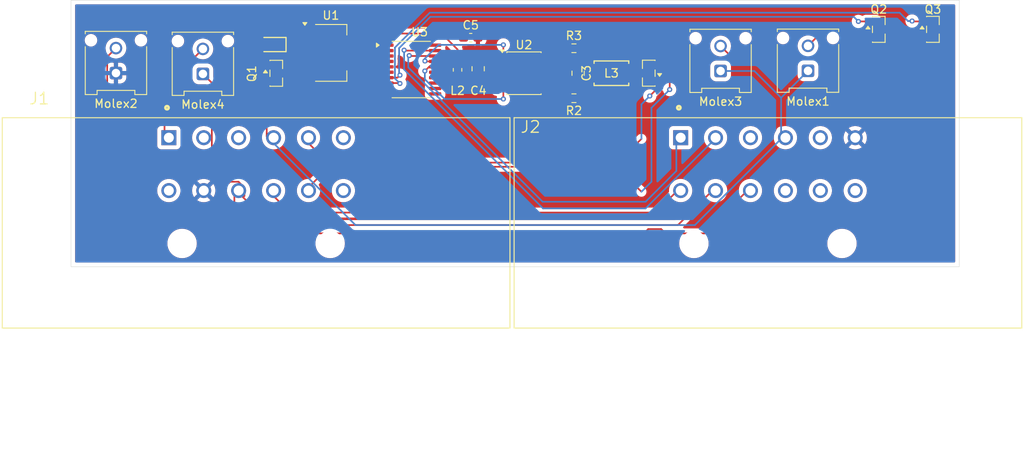
<source format=kicad_pcb>
(kicad_pcb (version 20241229) (generator "pcbnew") (generator_version "9.0")
  (layers (0 "F.Cu" signal) (2 "B.Cu" signal) (13 "F.Paste" user) (15 "B.Paste" user) (5 "F.SilkS" user "F.Silkscreen") (7 "B.SilkS" user "B.Silkscreen") (1 "F.Mask" user) (3 "B.Mask" user) (25 "Edge.Cuts" user))
  (net 0 "")
  (net 1 "Net-(Q1-D)")
  (net 2 "RLH_3.3V")
  (net 3 "Net-(U2-VCC)")
  (net 4 "Net-(Q1-G)")
  (net 5 "RLH_SDC_IN")
  (net 6 "SWDIO")
  (net 7 "RLH_RML_YELLOW")
  (net 8 "SWCLK")
  (net 9 "DSH_CAN_L")
  (net 10 "DSH_SDC_IN")
  (net 11 "DSH_CAN_H")
  (net 12 "Net-(Q1-S)")
  (net 13 "Red_LED")
  (net 14 "Green_LED")
  (net 15 "Net-(U2-CANL)")
  (net 16 "Net-(U2-CANH)")
  (net 17 "TX")
  (net 18 "RX")
  (net 31 "DSH_SDC_OUT")
  (net 32 "DSH_CAN_S")
  (net 33 "DSH_PWR")
  (net 41 "GND")
  (net 42 "+12V")
  (net 43 "Green_Out")
  (net 44 "Red_Out")
  (footprint "Package_TO_SOT_SMD:SOT-223-3_TabPin2" (layer "F.Cu") (at 147.2125 35.325)
    (property "Reference" "U1" (at 0 -4.5 0) (layer "F.SilkS"))
    (property "Value" "AMS1117-3.3")
    (fp_line (start -1.85 -3.41) (end 1.91 -3.41) (stroke (width 0.12)) (layer "F.SilkS"))
    (fp_line (start -1.85 3.41) (end 1.91 3.41) (stroke (width 0.12)) (layer "F.SilkS"))
    (fp_line (start 1.91 -3.41) (end 1.91 -2.15) (stroke (width 0.12)) (layer "F.SilkS"))
    (fp_line (start 1.91 3.41) (end 1.91 2.15) (stroke (width 0.12)) (layer "F.SilkS"))
    (fp_poly (pts (xy -3.13 -3.31) (xy -3.37 -3.64) (xy -2.89 -3.64) (xy -3.13 -3.31)) (stroke (width 0.12)) (fill yes) (layer "F.SilkS"))
    (pad "1" smd roundrect (at -3.15 -2.3) (size 2 1.5) (layers "F.Cu" "F.Mask" "F.Paste") (net 41 "GND"))
    (pad "2" smd roundrect (at -3.15 0) (size 2 1.5) (layers "F.Cu" "F.Mask" "F.Paste") (net 2 "RLH_3.3V"))
    (pad "2" smd roundrect (at 3.15 0) (size 2 3.8) (layers "F.Cu" "F.Mask" "F.Paste") (net 2 "RLH_3.3V"))
    (pad "3" smd roundrect (at -3.15 2.3) (size 2 1.5) (layers "F.Cu" "F.Mask" "F.Paste") (net 1 "Net-(Q1-D)"))
  )
  (footprint "DTM13-12PA:TE_DTM13-12PA" (layer "F.Cu") (at 199.69 58.21)
    (property "Reference" "J2" (at -28.50465 -13.99365 0) (layer "F.SilkS") (effects (font (size 1.4 1.4))))
    (property "Value" "DTM13-12PA")
    (fp_line (start -30.48 -15.1) (end 30.48 -15.1) (stroke (width 0.127)) (layer "F.SilkS"))
    (fp_line (start -30.48 10.16) (end -30.48 -15.1) (stroke (width 0.127)) (layer "F.SilkS"))
    (fp_line (start 30.48 -15.1) (end 30.48 10.16) (stroke (width 0.127)) (layer "F.SilkS"))
    (fp_line (start 30.48 10.16) (end -30.48 10.16) (stroke (width 0.127)) (layer "F.SilkS"))
    (fp_circle (center -10.7 -16.3) (end -10.5 -16.3) (stroke (width 0.3)) (fill no) (layer "F.SilkS"))
    (pad "" np_thru_hole circle (at -8.89 0) (size 3.04 3.04) (drill 3.04) (layers "*.Cu" "*.Mask"))
    (pad "" np_thru_hole circle (at 8.89 0) (size 3.04 3.04) (drill 3.04) (layers "*.Cu" "*.Mask"))
    (pad "1" thru_hole rect (at -10.48 -12.7) (size 1.8 1.8) (drill 1.2) (layers "*.Cu" "*.Mask") (net 9 "DSH_CAN_L"))
    (pad "2" thru_hole circle (at -6.29 -12.7) (size 1.8 1.8) (drill 1.2) (layers "*.Cu" "*.Mask") (net 6 "SWDIO"))
    (pad "3" thru_hole circle (at -2.1 -12.7) (size 1.8 1.8) (drill 1.2) (layers "*.Cu" "*.Mask") (net 8 "SWCLK"))
    (pad "4" thru_hole circle (at 2.1 -12.7) (size 1.8 1.8) (drill 1.2) (layers "*.Cu" "*.Mask"))
    (pad "5" thru_hole circle (at 6.29 -12.7) (size 1.8 1.8) (drill 1.2) (layers "*.Cu" "*.Mask") (net 33 "DSH_PWR"))
    (pad "6" thru_hole circle (at 10.48 -12.7) (size 1.8 1.8) (drill 1.2) (layers "*.Cu" "*.Mask") (net 41 "GND"))
    (pad "7" thru_hole circle (at 10.48 -6.35) (size 1.8 1.8) (drill 1.2) (layers "*.Cu" "*.Mask"))
    (pad "8" thru_hole circle (at 6.29 -6.35) (size 1.8 1.8) (drill 1.2) (layers "*.Cu" "*.Mask"))
    (pad "9" thru_hole circle (at 2.1 -6.35) (size 1.8 1.8) (drill 1.2) (layers "*.Cu" "*.Mask") (net 31 "DSH_SDC_OUT"))
    (pad "10" thru_hole circle (at -2.1 -6.35) (size 1.8 1.8) (drill 1.2) (layers "*.Cu" "*.Mask") (net 10 "DSH_SDC_IN"))
    (pad "11" thru_hole circle (at -6.29 -6.35) (size 1.8 1.8) (drill 1.2) (layers "*.Cu" "*.Mask") (net 32 "DSH_CAN_S"))
    (pad "12" thru_hole circle (at -10.48 -6.35) (size 1.8 1.8) (drill 1.2) (layers "*.Cu" "*.Mask") (net 11 "DSH_CAN_H"))
  )
  (footprint "PCM_JLCPCB:R_0603" (layer "F.Cu") (at 140.275 32.375 180)
    (property "Reference" "R1" (hide yes))
    (property "Value" "13kΩ")
    (pad "1" smd roundrect (at -0.82 0 180) (size 0.8 0.95) (layers "F.Cu" "F.Mask" "F.Paste") (net 41 "GND"))
    (pad "2" smd roundrect (at 0.82 0 180) (size 0.8 0.95) (layers "F.Cu" "F.Mask" "F.Paste") (net 4 "Net-(Q1-G)"))
  )
  (footprint "Resistor_SMD:R_0603_1608Metric_Pad0.98x0.95mm_HandSolder" (layer "F.Cu") (at 176.39285 40.76785 180)
    (property "Reference" "R2" (at 0 -1.5 0) (layer "F.SilkS"))
    (property "Value" "60")
    (fp_line (start -0.254724 0.5225) (end 0.254724 0.5225) (stroke (width 0.12)) (layer "F.SilkS"))
    (fp_line (start -0.254724 -0.5225) (end 0.254724 -0.5225) (stroke (width 0.12)) (layer "F.SilkS"))
    (pad "1" smd roundrect (at -0.9125 0 180) (size 0.975 0.95) (layers "F.Cu" "F.Mask" "F.Paste") (net 15 "Net-(U2-CANL)"))
    (pad "2" smd roundrect (at 0.9125 0 180) (size 0.975 0.95) (layers "F.Cu" "F.Mask" "F.Paste") (net 41 "GND"))
  )
  (footprint "Capacitor_SMD:C_0805_2012Metric_Pad1.18x1.45mm_HandSolder" (layer "F.Cu") (at 164.89285 37.23035 90)
    (property "Reference" "C4" (at -2.6325 0.025 0) (layer "F.SilkS"))
    (property "Value" "10uF")
    (fp_line (start -0.261252 -0.735) (end 0.261252 -0.735) (stroke (width 0.12)) (layer "F.SilkS"))
    (fp_line (start -0.261252 0.735) (end 0.261252 0.735) (stroke (width 0.12)) (layer "F.SilkS"))
    (pad "1" smd roundrect (at -1.0375 0 90) (size 1.175 1.45) (layers "F.Cu" "F.Mask" "F.Paste") (roundrect_rratio 0.212766) (net 3 "Net-(U2-VCC)"))
    (pad "2" smd roundrect (at 1.0375 0 90) (size 1.175 1.45) (layers "F.Cu" "F.Mask" "F.Paste") (roundrect_rratio 0.212766) (net 41 "GND"))
  )
  (footprint "Package_TO_SOT_SMD:SOT-23" (layer "F.Cu") (at 140.65 37.775)
    (property "Reference" "Q1" (at -2.9375 0.05 90) (layer "F.SilkS"))
    (property "Value" "AO3401A")
    (fp_line (start -0.76 -1.56) (end 0.76 -1.56) (stroke (width 0.12)) (layer "F.SilkS"))
    (fp_line (start -0.76 -1.51) (end -0.76 -1.56) (stroke (width 0.12)) (layer "F.SilkS"))
    (fp_line (start -0.76 0.39) (end -0.76 -0.39) (stroke (width 0.12)) (layer "F.SilkS"))
    (fp_line (start -0.76 1.56) (end -0.76 1.51) (stroke (width 0.12)) (layer "F.SilkS"))
    (fp_line (start 0.76 -1.56) (end 0.76 -0.56) (stroke (width 0.12)) (layer "F.SilkS"))
    (fp_line (start 0.76 0.56) (end 0.76 1.56) (stroke (width 0.12)) (layer "F.SilkS"))
    (fp_line (start 0.76 1.56) (end -0.76 1.56) (stroke (width 0.12)) (layer "F.SilkS"))
    (fp_poly (pts (xy -1.3 -0.38) (xy -1.06 -0.05) (xy -1.54 -0.05)) (stroke (width 0.12)) (fill yes) (layer "F.SilkS"))
    (pad "1" smd roundrect (at -0.9375 -0.95) (size 1.475 0.6) (layers "F.Cu" "F.Mask" "F.Paste") (net 4 "Net-(Q1-G)"))
    (pad "2" smd roundrect (at -0.9375 0.95) (size 1.475 0.6) (layers "F.Cu" "F.Mask" "F.Paste") (net 12 "Net-(Q1-S)"))
    (pad "3" smd roundrect (at 0.9375 0) (size 1.475 0.6) (layers "F.Cu" "F.Mask" "F.Paste") (net 1 "Net-(Q1-D)"))
  )
  (footprint "Package_TO_SOT_SMD:SOT-23" (layer "F.Cu") (at 219.5 32.5)
    (property "Reference" "Q3" (at 0 -2.4 0) (layer "F.SilkS"))
    (property "Value" "AO3400A")
    (fp_line (start -0.76 -1.56) (end 0.76 -1.56) (stroke (width 0.12)) (layer "F.SilkS"))
    (fp_line (start -0.76 -1.51) (end -0.76 -1.56) (stroke (width 0.12)) (layer "F.SilkS"))
    (fp_line (start -0.76 0.39) (end -0.76 -0.39) (stroke (width 0.12)) (layer "F.SilkS"))
    (fp_line (start -0.76 1.56) (end -0.76 1.51) (stroke (width 0.12)) (layer "F.SilkS"))
    (fp_line (start 0.76 -1.56) (end 0.76 -0.56) (stroke (width 0.12)) (layer "F.SilkS"))
    (fp_line (start 0.76 0.56) (end 0.76 1.56) (stroke (width 0.12)) (layer "F.SilkS"))
    (fp_line (start 0.76 1.56) (end -0.76 1.56) (stroke (width 0.12)) (layer "F.SilkS"))
    (fp_poly (pts (xy -1.3 -0.38) (xy -1.06 -0.05) (xy -1.54 -0.05)) (stroke (width 0.12)) (fill yes) (layer "F.SilkS"))
    (pad "1" smd roundrect (at -0.9375 -0.95) (size 1.475 0.6) (layers "F.Cu" "F.Mask" "F.Paste") (net 13 "Red_LED"))
    (pad "2" smd roundrect (at -0.9375 0.95) (size 1.475 0.6) (layers "F.Cu" "F.Mask" "F.Paste") (net 41 "GND"))
    (pad "3" smd roundrect (at 0.9375 0) (size 1.475 0.6) (layers "F.Cu" "F.Mask" "F.Paste") (net 44 "Red_Out"))
  )
  (footprint "PCM_JLCPCB:C_1206" (layer "F.Cu") (at 150 40.5 180)
    (property "Reference" "C2" (hide yes))
    (property "Value" "22uF")
    (pad "1" smd roundrect (at -1.48 0 180) (size 1.15 1.8) (layers "F.Cu" "F.Mask" "F.Paste") (roundrect_rratio 0.217391) (net 2 "RLH_3.3V"))
    (pad "2" smd roundrect (at 1.48 0 180) (size 1.15 1.8) (layers "F.Cu" "F.Mask" "F.Paste") (roundrect_rratio 0.217391) (net 41 "GND"))
  )
  (footprint "Inductor_SMD:L_0603_1608Metric_Pad1.05x0.95mm_HandSolder" (layer "F.Cu") (at 162.41785 37.36285 -90)
    (property "Reference" "L2" (at 2.5 0 180) (layer "F.SilkS"))
    (property "Value" "GZ1608D601TF")
    (fp_line (start -0.171267 0.51) (end 0.171267 0.51) (stroke (width 0.12)) (layer "F.SilkS"))
    (fp_line (start -0.171267 -0.51) (end 0.171267 -0.51) (stroke (width 0.12)) (layer "F.SilkS"))
    (pad "1" smd roundrect (at -0.875 0 270) (size 1.05 0.95) (layers "F.Cu" "F.Mask" "F.Paste") (net 2 "RLH_3.3V"))
    (pad "2" smd roundrect (at 0.875 0 270) (size 1.05 0.95) (layers "F.Cu" "F.Mask" "F.Paste") (net 3 "Net-(U2-VCC)"))
  )
  (footprint "Package_SO:SOIC-8_3.9x4.9mm_P1.27mm" (layer "F.Cu") (at 170.39285 37.76785)
    (property "Reference" "U2" (at 0 -3.4 0) (layer "F.SilkS"))
    (property "Value" "SN65HVD230")
    (fp_line (start -2.06 -2.56) (end 2.06 -2.56) (stroke (width 0.12)) (layer "F.SilkS"))
    (fp_line (start -2.06 -2.465) (end -2.06 -2.56) (stroke (width 0.12)) (layer "F.SilkS"))
    (fp_line (start -2.06 2.56) (end -2.06 2.465) (stroke (width 0.12)) (layer "F.SilkS"))
    (fp_line (start 2.06 -2.56) (end 2.06 -2.465) (stroke (width 0.12)) (layer "F.SilkS"))
    (fp_line (start 2.06 2.465) (end 2.06 2.56) (stroke (width 0.12)) (layer "F.SilkS"))
    (fp_line (start 2.06 2.56) (end -2.06 2.56) (stroke (width 0.12)) (layer "F.SilkS"))
    (fp_poly (pts (xy -2.6 -2.47) (xy -2.84 -2.8) (xy -2.36 -2.8)) (stroke (width 0.12)) (fill yes) (layer "F.SilkS"))
    (pad "1" smd roundrect (at -2.475 -1.905) (size 1.95 0.6) (layers "F.Cu" "F.Mask" "F.Paste") (net 17 "TX"))
    (pad "2" smd roundrect (at -2.475 -0.635) (size 1.95 0.6) (layers "F.Cu" "F.Mask" "F.Paste") (net 41 "GND"))
    (pad "3" smd roundrect (at -2.475 0.635) (size 1.95 0.6) (layers "F.Cu" "F.Mask" "F.Paste") (net 3 "Net-(U2-VCC)"))
    (pad "4" smd roundrect (at -2.475 1.905) (size 1.95 0.6) (layers "F.Cu" "F.Mask" "F.Paste") (net 18 "RX"))
    (pad "5" smd roundrect (at 2.475 1.905) (size 1.95 0.6) (layers "F.Cu" "F.Mask" "F.Paste") (net 41 "GND"))
    (pad "6" smd roundrect (at 2.475 0.635) (size 1.95 0.6) (layers "F.Cu" "F.Mask" "F.Paste") (net 15 "Net-(U2-CANL)"))
    (pad "7" smd roundrect (at 2.475 -0.635) (size 1.95 0.6) (layers "F.Cu" "F.Mask" "F.Paste") (net 16 "Net-(U2-CANH)"))
    (pad "8" smd roundrect (at 2.475 -1.905) (size 1.95 0.6) (layers "F.Cu" "F.Mask" "F.Paste") (net 41 "GND"))
  )
  (footprint "Package_TO_SOT_SMD:SOT-23" (layer "F.Cu") (at 185.37785 37.76285 180)
    (property "Reference" "D2" (hide yes))
    (property "Value" "ESD2CANFD24DBZRQ1")
    (fp_line (start 0.76 1.56) (end -0.76 1.56) (stroke (width 0.12)) (layer "F.SilkS"))
    (fp_line (start 0.76 0.56) (end 0.76 1.56) (stroke (width 0.12)) (layer "F.SilkS"))
    (fp_line (start 0.76 -1.56) (end 0.76 -0.56) (stroke (width 0.12)) (layer "F.SilkS"))
    (fp_line (start -0.76 1.56) (end -0.76 1.51) (stroke (width 0.12)) (layer "F.SilkS"))
    (fp_line (start -0.76 0.39) (end -0.76 -0.39) (stroke (width 0.12)) (layer "F.SilkS"))
    (fp_line (start -0.76 -1.51) (end -0.76 -1.56) (stroke (width 0.12)) (layer "F.SilkS"))
    (fp_line (start -0.76 -1.56) (end 0.76 -1.56) (stroke (width 0.12)) (layer "F.SilkS"))
    (fp_poly (pts (xy -1.3 -0.38) (xy -1.06 -0.05) (xy -1.54 -0.05)) (stroke (width 0.12)) (fill yes) (layer "F.SilkS"))
    (pad "1" smd roundrect (at -0.9375 -0.95 180) (size 1.475 0.6) (layers "F.Cu" "F.Mask" "F.Paste") (net 9 "DSH_CAN_L"))
    (pad "2" smd roundrect (at -0.9375 0.95 180) (size 1.475 0.6) (layers "F.Cu" "F.Mask" "F.Paste") (net 11 "DSH_CAN_H"))
    (pad "3" smd roundrect (at 0.9375 0 180) (size 1.475 0.6) (layers "F.Cu" "F.Mask" "F.Paste") (net 41 "GND"))
  )
  (footprint "PCM_JLCPCB:C_0805" (layer "F.Cu") (at 145 40.5)
    (property "Reference" "C1" (hide yes))
    (property "Value" "10uF")
    (pad "1" smd roundrect (at -0.95 0) (size 1 1.45) (layers "F.Cu" "F.Mask" "F.Paste") (net 1 "Net-(Q1-D)"))
    (pad "2" smd roundrect (at 0.95 0) (size 1 1.45) (layers "F.Cu" "F.Mask" "F.Paste") (net 41 "GND"))
  )
  (footprint "Connector_Molex:Molex_Micro-Fit_3.0_43045-0212_2x01_P3.00mm_Vertical" (layer "F.Cu") (at 131.84 37.85 180)
    (property "Reference" "Molex4" (at 0 -3.67 0) (layer "F.SilkS"))
    (property "Value" "043045-0212")
    (fp_line (start 3.685 5.01) (end 3.685 4.71) (stroke (width 0.12)) (layer "F.SilkS"))
    (fp_line (start 3.685 -2.58) (end 3.685 3.17) (stroke (width 0.12)) (layer "F.SilkS"))
    (fp_line (start 2.265 -2.08) (end 2.265 -2.58) (stroke (width 0.12)) (layer "F.SilkS"))
    (fp_line (start 2.265 -2.58) (end 3.685 -2.58) (stroke (width 0.12)) (layer "F.SilkS"))
    (fp_line (start -2.265 -2.08) (end 2.265 -2.08) (stroke (width 0.12)) (layer "F.SilkS"))
    (fp_line (start -2.265 -2.58) (end -2.265 -2.08) (stroke (width 0.12)) (layer "F.SilkS"))
    (fp_line (start -3.685 5.01) (end 3.685 5.01) (stroke (width 0.12)) (layer "F.SilkS"))
    (fp_line (start -3.685 4.71) (end -3.685 5.01) (stroke (width 0.12)) (layer "F.SilkS"))
    (fp_line (start -3.685 3.17) (end -3.685 -2.58) (stroke (width 0.12)) (layer "F.SilkS"))
    (fp_line (start -3.685 -2.58) (end -2.265 -2.58) (stroke (width 0.12)) (layer "F.SilkS"))
    (pad "" np_thru_hole circle (at -3 3.94 180) (size 1.02 1.02) (drill 1.02) (layers "*.Cu" "*.Mask"))
    (pad "" np_thru_hole circle (at 3 3.94 180) (size 1.02 1.02) (drill 1.02) (layers "*.Cu" "*.Mask"))
    (pad "1" thru_hole roundrect (at 0 0 180) (size 1.5 1.5) (drill 1.02) (layers "*.Cu" "*.Mask") (roundrect_rratio 0.166667) (net 10 "DSH_SDC_IN"))
    (pad "2" thru_hole circle (at 0 3 180) (size 1.5 1.5) (drill 1.02) (layers "*.Cu" "*.Mask") (net 5 "RLH_SDC_IN"))
  )
  (footprint "DTM13-12PA:TE_DTM13-12PA" (layer "F.Cu") (at 138.23 58.21)
    (property "Reference" "J1" (at -26.035 -17.399 0) (layer "F.SilkS") (effects (font (size 1.4 1.4))))
    (property "Value" "DTM13-12PA")
    (fp_line (start -30.48 -15.1) (end 30.48 -15.1) (stroke (width 0.127)) (layer "F.SilkS"))
    (fp_line (start -30.48 10.16) (end -30.48 -15.1) (stroke (width 0.127)) (layer "F.SilkS"))
    (fp_line (start 30.48 -15.1) (end 30.48 10.16) (stroke (width 0.127)) (layer "F.SilkS"))
    (fp_line (start 30.48 10.16) (end -30.48 10.16) (stroke (width 0.127)) (layer "F.SilkS"))
    (fp_circle (center -10.7 -16.3) (end -10.5 -16.3) (stroke (width 0.3)) (fill no) (layer "F.SilkS"))
    (pad "" np_thru_hole circle (at -8.89 0) (size 3.04 3.04) (drill 3.04) (layers "*.Cu" "*.Mask"))
    (pad "" np_thru_hole circle (at 8.89 0) (size 3.04 3.04) (drill 3.04) (layers "*.Cu" "*.Mask"))
    (pad "1" thru_hole rect (at -10.48 -12.7) (size 1.8 1.8) (drill 1.2) (layers "*.Cu" "*.Mask") (net 7 "RLH_RML_YELLOW"))
    (pad "2" thru_hole circle (at -6.29 -12.7) (size 1.8 1.8) (drill 1.2) (layers "*.Cu" "*.Mask") (net 5 "RLH_SDC_IN"))
    (pad "3" thru_hole circle (at -2.1 -12.7) (size 1.8 1.8) (drill 1.2) (layers "*.Cu" "*.Mask"))
    (pad "4" thru_hole circle (at 2.1 -12.7) (size 1.8 1.8) (drill 1.2) (layers "*.Cu" "*.Mask"))
    (pad "5" thru_hole circle (at 6.29 -12.7) (size 1.8 1.8) (drill 1.2) (layers "*.Cu" "*.Mask") (net 33 "DSH_PWR"))
    (pad "6" thru_hole circle (at 10.48 -12.7) (size 1.8 1.8) (drill 1.2) (layers "*.Cu" "*.Mask") (net 9 "DSH_CAN_L"))
    (pad "7" thru_hole circle (at 10.48 -6.35) (size 1.8 1.8) (drill 1.2) (layers "*.Cu" "*.Mask") (net 11 "DSH_CAN_H"))
    (pad "8" thru_hole circle (at 6.29 -6.35) (size 1.8 1.8) (drill 1.2) (layers "*.Cu" "*.Mask") (net 32 "DSH_CAN_S"))
    (pad "9" thru_hole circle (at 2.1 -6.35) (size 1.8 1.8) (drill 1.2) (layers "*.Cu" "*.Mask") (net 31 "DSH_SDC_OUT"))
    (pad "10" thru_hole circle (at -2.1 -6.35) (size 1.8 1.8) (drill 1.2) (layers "*.Cu" "*.Mask"))
    (pad "11" thru_hole circle (at -6.29 -6.35) (size 1.8 1.8) (drill 1.2) (layers "*.Cu" "*.Mask") (net 41 "GND"))
    (pad "12" thru_hole circle (at -10.48 -6.35) (size 1.8 1.8) (drill 1.2) (layers "*.Cu" "*.Mask"))
  )
  (footprint "Package_SO:TSSOP-20_4.4x6.5mm_P0.65mm" (layer "F.Cu") (at 156.8625 37.325)
    (property "Reference" "U3" (at 1 -4.5 0) (layer "F.SilkS"))
    (property "Value" "STM32C011F4Px")
    (fp_line (start -2.31 -3.385) (end 2.31 -3.385) (stroke (width 0.12)) (layer "F.SilkS"))
    (fp_line (start 2.31 3.385) (end -2.31 3.385) (stroke (width 0.12)) (layer "F.SilkS"))
    (fp_poly (pts (xy -3.86 -2.93) (xy -4.19 -2.69) (xy -4.19 -3.17)) (stroke (width 0.12)) (fill yes) (layer "F.SilkS"))
    (pad "1" smd roundrect (at -2.8625 -2.925) (size 1.475 0.4) (layers "F.Cu" "F.Mask" "F.Paste"))
    (pad "2" smd roundrect (at -2.8625 -2.275) (size 1.475 0.4) (layers "F.Cu" "F.Mask" "F.Paste"))
    (pad "3" smd roundrect (at -2.8625 -1.625) (size 1.475 0.4) (layers "F.Cu" "F.Mask" "F.Paste"))
    (pad "4" smd roundrect (at -2.8625 -0.975) (size 1.475 0.4) (layers "F.Cu" "F.Mask" "F.Paste") (net 2 "RLH_3.3V"))
    (pad "5" smd roundrect (at -2.8625 -0.325) (size 1.475 0.4) (layers "F.Cu" "F.Mask" "F.Paste") (net 41 "GND"))
    (pad "6" smd roundrect (at -2.8625 0.325) (size 1.475 0.4) (layers "F.Cu" "F.Mask" "F.Paste"))
    (pad "7" smd roundrect (at -2.8625 0.975) (size 1.475 0.4) (layers "F.Cu" "F.Mask" "F.Paste") (net 14 "Green_LED"))
    (pad "8" smd roundrect (at -2.8625 1.625) (size 1.475 0.4) (layers "F.Cu" "F.Mask" "F.Paste") (net 13 "Red_LED"))
    (pad "9" smd roundrect (at -2.8625 2.275) (size 1.475 0.4) (layers "F.Cu" "F.Mask" "F.Paste"))
    (pad "10" smd roundrect (at -2.8625 2.925) (size 1.475 0.4) (layers "F.Cu" "F.Mask" "F.Paste"))
    (pad "11" smd roundrect (at 2.8625 2.925) (size 1.475 0.4) (layers "F.Cu" "F.Mask" "F.Paste"))
    (pad "12" smd roundrect (at 2.8625 2.275) (size 1.475 0.4) (layers "F.Cu" "F.Mask" "F.Paste"))
    (pad "13" smd roundrect (at 2.8625 1.625) (size 1.475 0.4) (layers "F.Cu" "F.Mask" "F.Paste"))
    (pad "14" smd roundrect (at 2.8625 0.975) (size 1.475 0.4) (layers "F.Cu" "F.Mask" "F.Paste"))
    (pad "15" smd roundrect (at 2.8625 0.325) (size 1.475 0.4) (layers "F.Cu" "F.Mask" "F.Paste"))
    (pad "16" smd roundrect (at 2.8625 -0.325) (size 1.475 0.4) (layers "F.Cu" "F.Mask" "F.Paste") (net 18 "RX"))
    (pad "17" smd roundrect (at 2.8625 -0.975) (size 1.475 0.4) (layers "F.Cu" "F.Mask" "F.Paste") (net 17 "TX"))
    (pad "18" smd roundrect (at 2.8625 -1.625) (size 1.475 0.4) (layers "F.Cu" "F.Mask" "F.Paste") (net 6 "SWDIO"))
    (pad "19" smd roundrect (at 2.8625 -2.275) (size 1.475 0.4) (layers "F.Cu" "F.Mask" "F.Paste") (net 8 "SWCLK"))
    (pad "20" smd roundrect (at 2.8625 -2.925) (size 1.475 0.4) (layers "F.Cu" "F.Mask" "F.Paste"))
  )
  (footprint "PCM_JLCPCB:D_SOD-323" (layer "F.Cu") (at 140.2125 34.325 180)
    (property "Reference" "D1" (hide yes))
    (property "Value" "BZT52C10S")
    (fp_line (start -1.61 0.85) (end 1.05 0.85) (stroke (width 0.15)) (layer "F.SilkS"))
    (fp_line (start -1.61 -0.85) (end 1.05 -0.85) (stroke (width 0.15)) (layer "F.SilkS"))
    (fp_line (start -1.61 -0.85) (end -1.61 0.85) (stroke (width 0.15)) (layer "F.SilkS"))
    (pad "1" smd roundrect (at -1.05 0 180) (size 0.6 0.45) (layers "F.Cu" "F.Mask" "F.Paste") (net 1 "Net-(Q1-D)"))
    (pad "2" smd roundrect (at 1.05 0 180) (size 0.6 0.45) (layers "F.Cu" "F.Mask" "F.Paste") (net 4 "Net-(Q1-G)"))
  )
  (footprint "Package_TO_SOT_SMD:SOT-23" (layer "F.Cu") (at 213 32.5)
    (property "Reference" "Q2" (at 0 -2.4 0) (layer "F.SilkS"))
    (property "Value" "AO3400A")
    (fp_line (start -0.76 -1.56) (end 0.76 -1.56) (stroke (width 0.12)) (layer "F.SilkS"))
    (fp_line (start -0.76 -1.51) (end -0.76 -1.56) (stroke (width 0.12)) (layer "F.SilkS"))
    (fp_line (start -0.76 0.39) (end -0.76 -0.39) (stroke (width 0.12)) (layer "F.SilkS"))
    (fp_line (start -0.76 1.56) (end -0.76 1.51) (stroke (width 0.12)) (layer "F.SilkS"))
    (fp_line (start 0.76 -1.56) (end 0.76 -0.56) (stroke (width 0.12)) (layer "F.SilkS"))
    (fp_line (start 0.76 0.56) (end 0.76 1.56) (stroke (width 0.12)) (layer "F.SilkS"))
    (fp_line (start 0.76 1.56) (end -0.76 1.56) (stroke (width 0.12)) (layer "F.SilkS"))
    (fp_poly (pts (xy -1.3 -0.38) (xy -1.06 -0.05) (xy -1.54 -0.05)) (stroke (width 0.12)) (fill yes) (layer "F.SilkS"))
    (pad "1" smd roundrect (at -0.9375 -0.95) (size 1.475 0.6) (layers "F.Cu" "F.Mask" "F.Paste") (net 14 "Green_LED"))
    (pad "2" smd roundrect (at -0.9375 0.95) (size 1.475 0.6) (layers "F.Cu" "F.Mask" "F.Paste") (net 41 "GND"))
    (pad "3" smd roundrect (at 0.9375 0) (size 1.475 0.6) (layers "F.Cu" "F.Mask" "F.Paste") (net 43 "Green_Out"))
  )
  (footprint "Connector_Molex:Molex_Micro-Fit_3.0_43045-0212_2x01_P3.00mm_Vertical" (layer "F.Cu") (at 194 37.5 180)
    (property "Reference" "Molex3" (at 0 -3.67 0) (layer "F.SilkS"))
    (property "Value" "043045-0212")
    (fp_line (start 3.685 5.01) (end 3.685 4.71) (stroke (width 0.12)) (layer "F.SilkS"))
    (fp_line (start 3.685 -2.58) (end 3.685 3.17) (stroke (width 0.12)) (layer "F.SilkS"))
    (fp_line (start 2.265 -2.08) (end 2.265 -2.58) (stroke (width 0.12)) (layer "F.SilkS"))
    (fp_line (start 2.265 -2.58) (end 3.685 -2.58) (stroke (width 0.12)) (layer "F.SilkS"))
    (fp_line (start -2.265 -2.08) (end 2.265 -2.08) (stroke (width 0.12)) (layer "F.SilkS"))
    (fp_line (start -2.265 -2.58) (end -2.265 -2.08) (stroke (width 0.12)) (layer "F.SilkS"))
    (fp_line (start -3.685 5.01) (end 3.685 5.01) (stroke (width 0.12)) (layer "F.SilkS"))
    (fp_line (start -3.685 4.71) (end -3.685 5.01) (stroke (width 0.12)) (layer "F.SilkS"))
    (fp_line (start -3.685 3.17) (end -3.685 -2.58) (stroke (width 0.12)) (layer "F.SilkS"))
    (fp_line (start -3.685 -2.58) (end -2.265 -2.58) (stroke (width 0.12)) (layer "F.SilkS"))
    (pad "" np_thru_hole circle (at -3 3.94 180) (size 1.02 1.02) (drill 1.02) (layers "*.Cu" "*.Mask"))
    (pad "" np_thru_hole circle (at 3 3.94 180) (size 1.02 1.02) (drill 1.02) (layers "*.Cu" "*.Mask"))
    (pad "1" thru_hole roundrect (at 0 0 180) (size 1.5 1.5) (drill 1.02) (layers "*.Cu" "*.Mask") (roundrect_rratio 0.166667) (net 42 "+12V"))
    (pad "2" thru_hole circle (at 0 3 180) (size 1.5 1.5) (drill 1.02) (layers "*.Cu" "*.Mask") (net 44 "Red_Out"))
  )
  (footprint "Capacitor_SMD:C_0603_1608Metric_Pad1.08x0.95mm_HandSolder" (layer "F.Cu") (at 164 33.5 180)
    (property "Reference" "C5" (at 0 1.5 0) (layer "F.SilkS"))
    (property "Value" "100nF")
    (fp_line (start -0.146267 0.51) (end 0.146267 0.51) (stroke (width 0.12)) (layer "F.SilkS"))
    (fp_line (start -0.146267 -0.51) (end 0.146267 -0.51) (stroke (width 0.12)) (layer "F.SilkS"))
    (pad "1" smd roundrect (at -0.8625 0 180) (size 1.075 0.95) (layers "F.Cu" "F.Mask" "F.Paste") (net 41 "GND"))
    (pad "2" smd roundrect (at 0.8625 0 180) (size 1.075 0.95) (layers "F.Cu" "F.Mask" "F.Paste") (net 2 "RLH_3.3V"))
  )
  (footprint "Connector_Molex:Molex_Micro-Fit_3.0_43045-0212_2x01_P3.00mm_Vertical" (layer "F.Cu") (at 121.4 37.75 180)
    (property "Reference" "Molex2" (at 0 -3.67 0) (layer "F.SilkS"))
    (property "Value" "043045-0212")
    (fp_line (start 3.685 5.01) (end 3.685 4.71) (stroke (width 0.12)) (layer "F.SilkS"))
    (fp_line (start 3.685 -2.58) (end 3.685 3.17) (stroke (width 0.12)) (layer "F.SilkS"))
    (fp_line (start 2.265 -2.08) (end 2.265 -2.58) (stroke (width 0.12)) (layer "F.SilkS"))
    (fp_line (start 2.265 -2.58) (end 3.685 -2.58) (stroke (width 0.12)) (layer "F.SilkS"))
    (fp_line (start -2.265 -2.08) (end 2.265 -2.08) (stroke (width 0.12)) (layer "F.SilkS"))
    (fp_line (start -2.265 -2.58) (end -2.265 -2.08) (stroke (width 0.12)) (layer "F.SilkS"))
    (fp_line (start -3.685 5.01) (end 3.685 5.01) (stroke (width 0.12)) (layer "F.SilkS"))
    (fp_line (start -3.685 4.71) (end -3.685 5.01) (stroke (width 0.12)) (layer "F.SilkS"))
    (fp_line (start -3.685 3.17) (end -3.685 -2.58) (stroke (width 0.12)) (layer "F.SilkS"))
    (fp_line (start -3.685 -2.58) (end -2.265 -2.58) (stroke (width 0.12)) (layer "F.SilkS"))
    (pad "" np_thru_hole circle (at -3 3.94 180) (size 1.02 1.02) (drill 1.02) (layers "*.Cu" "*.Mask"))
    (pad "" np_thru_hole circle (at 3 3.94 180) (size 1.02 1.02) (drill 1.02) (layers "*.Cu" "*.Mask"))
    (pad "1" thru_hole roundrect (at 0 0 180) (size 1.5 1.5) (drill 1.02) (layers "*.Cu" "*.Mask") (roundrect_rratio 0.166667) (net 41 "GND"))
    (pad "2" thru_hole circle (at 0 3 180) (size 1.5 1.5) (drill 1.02) (layers "*.Cu" "*.Mask") (net 7 "RLH_RML_YELLOW"))
  )
  (footprint "RLH_BOARD:IND_01-2P-TL00_TDK" (layer "F.Cu") (at 180.89285 37.76785)
    (property "Reference" "L3" (at 0 0 0) (layer "F.SilkS"))
    (property "Value" "ACT1210-101-2P-TL00")
    (fp_line (start -2.0828 -1.4732) (end -2.0828 -1.18754) (stroke (width 0.1524)) (layer "F.SilkS"))
    (fp_line (start -2.0828 1.18754) (end -2.0828 1.4732) (stroke (width 0.1524)) (layer "F.SilkS"))
    (fp_line (start -2.0828 1.4732) (end 2.0828 1.4732) (stroke (width 0.1524)) (layer "F.SilkS"))
    (fp_line (start 2.0828 -1.4732) (end -2.0828 -1.4732) (stroke (width 0.1524)) (layer "F.SilkS"))
    (fp_line (start 2.0828 -1.18754) (end 2.0828 -1.4732) (stroke (width 0.1524)) (layer "F.SilkS"))
    (fp_line (start 2.0828 1.4732) (end 2.0828 1.18754) (stroke (width 0.1524)) (layer "F.SilkS"))
    (pad "1" smd rect (at -1.4732 -0.55 90) (size 0.6096 1.27) (layers "F.Cu" "F.Mask" "F.Paste") (net 16 "Net-(U2-CANH)"))
    (pad "2" smd rect (at -1.4732 0.55 90) (size 0.6096 1.27) (layers "F.Cu" "F.Mask" "F.Paste") (net 15 "Net-(U2-CANL)"))
    (pad "3" smd rect (at 1.4732 0.55 90) (size 0.6096 1.27) (layers "F.Cu" "F.Mask" "F.Paste") (net 9 "DSH_CAN_L"))
    (pad "4" smd rect (at 1.4732 -0.55 90) (size 0.6096 1.27) (layers "F.Cu" "F.Mask" "F.Paste") (net 11 "DSH_CAN_H"))
  )
  (footprint "Connector_Molex:Molex_Micro-Fit_3.0_43045-0212_2x01_P3.00mm_Vertical" (layer "F.Cu") (at 204.5 37.48 180)
    (property "Reference" "Molex1" (at 0 -3.67 0) (layer "F.SilkS"))
    (property "Value" "043045-0212")
    (fp_line (start 3.685 5.01) (end 3.685 4.71) (stroke (width 0.12)) (layer "F.SilkS"))
    (fp_line (start 3.685 -2.58) (end 3.685 3.17) (stroke (width 0.12)) (layer "F.SilkS"))
    (fp_line (start 2.265 -2.08) (end 2.265 -2.58) (stroke (width 0.12)) (layer "F.SilkS"))
    (fp_line (start 2.265 -2.58) (end 3.685 -2.58) (stroke (width 0.12)) (layer "F.SilkS"))
    (fp_line (start -2.265 -2.08) (end 2.265 -2.08) (stroke (width 0.12)) (layer "F.SilkS"))
    (fp_line (start -2.265 -2.58) (end -2.265 -2.08) (stroke (width 0.12)) (layer "F.SilkS"))
    (fp_line (start -3.685 5.01) (end 3.685 5.01) (stroke (width 0.12)) (layer "F.SilkS"))
    (fp_line (start -3.685 4.71) (end -3.685 5.01) (stroke (width 0.12)) (layer "F.SilkS"))
    (fp_line (start -3.685 3.17) (end -3.685 -2.58) (stroke (width 0.12)) (layer "F.SilkS"))
    (fp_line (start -3.685 -2.58) (end -2.265 -2.58) (stroke (width 0.12)) (layer "F.SilkS"))
    (pad "" np_thru_hole circle (at -3 3.94 180) (size 1.02 1.02) (drill 1.02) (layers "*.Cu" "*.Mask"))
    (pad "" np_thru_hole circle (at 3 3.94 180) (size 1.02 1.02) (drill 1.02) (layers "*.Cu" "*.Mask"))
    (pad "1" thru_hole roundrect (at 0 0 180) (size 1.5 1.5) (drill 1.02) (layers "*.Cu" "*.Mask") (roundrect_rratio 0.166667) (net 42 "+12V"))
    (pad "2" thru_hole circle (at 0 3 180) (size 1.5 1.5) (drill 1.02) (layers "*.Cu" "*.Mask") (net 43 "Green_Out"))
  )
  (footprint "Capacitor_SMD:C_0805_2012Metric_Pad1.18x1.45mm_HandSolder" (layer "F.Cu") (at 176.89285 37.76785 -90)
    (property "Reference" "C3" (at 0 -1 90) (layer "F.SilkS"))
    (property "Value" "4.7nF")
    (fp_line (start -0.261252 0.735) (end 0.261252 0.735) (stroke (width 0.12)) (layer "F.SilkS"))
    (fp_line (start -0.261252 -0.735) (end 0.261252 -0.735) (stroke (width 0.12)) (layer "F.SilkS"))
    (pad "1" smd roundrect (at -1.0375 0 270) (size 1.175 1.45) (layers "F.Cu" "F.Mask" "F.Paste") (roundrect_rratio 0.212766) (net 41 "GND"))
    (pad "2" smd roundrect (at 1.0375 0 270) (size 1.175 1.45) (layers "F.Cu" "F.Mask" "F.Paste") (roundrect_rratio 0.212766) (net 41 "GND"))
  )
  (footprint "Resistor_SMD:R_0603_1608Metric_Pad0.98x0.95mm_HandSolder" (layer "F.Cu") (at 176.39285 34.76785)
    (property "Reference" "R3" (at 0 -1.5 0) (layer "F.SilkS"))
    (property "Value" "60")
    (fp_line (start -0.254724 -0.5225) (end 0.254724 -0.5225) (stroke (width 0.12)) (layer "F.SilkS"))
    (fp_line (start -0.254724 0.5225) (end 0.254724 0.5225) (stroke (width 0.12)) (layer "F.SilkS"))
    (pad "1" smd roundrect (at -0.9125 0) (size 0.975 0.95) (layers "F.Cu" "F.Mask" "F.Paste") (net 41 "GND"))
    (pad "2" smd roundrect (at 0.9125 0) (size 0.975 0.95) (layers "F.Cu" "F.Mask" "F.Paste") (net 16 "Net-(U2-CANH)"))
  )
  (gr_rect (start 116 29) (end 222.67 61) (stroke (width 0.05)) (fill no) (layer "Edge.Cuts"))
  (segment (start 139.5 45.34) (end 139.5 38.9375) (width 0.2) (layer "F.Cu") (net 0))
  (segment (start 139.81 45.65) (end 139.5 45.34) (width 0.2) (layer "F.Cu") (net 0))
  (segment (start 139.5 38.9375) (end 139.7125 38.725) (width 0.2) (layer "F.Cu") (net 0))
  (segment (start 141.5875 37.775) (end 143.9125 37.775) (width 0.2) (layer "F.Cu") (net 1))
  (segment (start 142.55 40.5) (end 144.05 40.5) (width 0.2) (layer "F.Cu") (net 1))
  (segment (start 141.5875 37.775) (end 141.1625 38.2) (width 0.2) (layer "F.Cu") (net 1))
  (segment (start 141.5875 36.95) (end 141.2625 36.625) (width 0.2) (layer "F.Cu") (net 1))
  (segment (start 141.2625 36.625) (end 141.2625 34.325) (width 0.2) (layer "F.Cu") (net 1))
  (segment (start 141.1625 38.2) (end 141.1625 39.1125) (width 0.2) (layer "F.Cu") (net 1))
  (segment (start 141.1625 39.1125) (end 142.55 40.5) (width 0.2) (layer "F.Cu") (net 1))
  (segment (start 143.9125 37.775) (end 144.0625 37.625) (width 0.2) (layer "F.Cu") (net 1))
  (segment (start 141.5875 37.775) (end 141.5875 36.95) (width 0.2) (layer "F.Cu") (net 1))
  (segment (start 161 33.5) (end 163.1375 33.5) (width 0.2) (layer "F.Cu") (net 2))
  (segment (start 151.3875 36.35) (end 152.5 36.35) (width 0.2) (layer "F.Cu") (net 2))
  (segment (start 150.3625 35.325) (end 151.3875 36.35) (width 0.2) (layer "F.Cu") (net 2))
  (segment (start 151.48 40.5) (end 150.6925 39.7125) (width 0.2) (layer "F.Cu") (net 2))
  (segment (start 160.5 33) (end 162.41785 34.91785) (width 0.2) (layer "F.Cu") (net 2))
  (segment (start 152.6875 33) (end 160.5 33) (width 0.2) (layer "F.Cu") (net 2))
  (segment (start 150.3625 35.325) (end 152.6875 33) (width 0.2) (layer "F.Cu") (net 2))
  (segment (start 152.5 36.35) (end 154 36.35) (width 0.2) (layer "F.Cu") (net 2))
  (segment (start 162.41785 34.91785) (end 162.41785 36.48785) (width 0.2) (layer "F.Cu") (net 2))
  (segment (start 150.6925 39.7125) (end 150.6925 35.655) (width 0.2) (layer "F.Cu") (net 2))
  (segment (start 160.5 33) (end 161 33.5) (width 0.2) (layer "F.Cu") (net 2))
  (segment (start 150.6925 35.655) (end 150.3625 35.325) (width 0.2) (layer "F.Cu") (net 2))
  (segment (start 164.86285 38.23785) (end 164.89285 38.26785) (width 0.2) (layer "F.Cu") (net 3))
  (segment (start 164.89285 38.26785) (end 167.78285 38.26785) (width 0.381) (layer "F.Cu") (net 3))
  (segment (start 162.41785 38.23785) (end 164.86285 38.23785) (width 0.381) (layer "F.Cu") (net 3))
  (segment (start 167.78285 38.26785) (end 167.91785 38.40285) (width 0.2) (layer "F.Cu") (net 3))
  (segment (start 139.1625 36.275) (end 139.7125 36.825) (width 0.2) (layer "F.Cu") (net 4))
  (segment (start 139.455 34.0325) (end 139.1625 34.325) (width 0.2) (layer "F.Cu") (net 4))
  (segment (start 139.1625 34.325) (end 139.1625 36.275) (width 0.2) (layer "F.Cu") (net 4))
  (segment (start 139.455 32.375) (end 139.455 34.0325) (width 0.2) (layer "F.Cu") (net 4))
  (segment (start 127.23 39.46) (end 127.23 45.65) (width 0.2) (layer "F.Cu") (net 5))
  (segment (start 131.84 34.85) (end 127.23 39.46) (width 0.2) (layer "F.Cu") (net 5))
  (segment (start 159.725 35.7) (end 156.664579 35.7) (width 0.2) (layer "F.Cu") (net 6))
  (segment (start 156.664579 35.7) (end 156.614579 35.65) (width 0.2) (layer "F.Cu") (net 6))
  (via (at 156.614579 35.65) (size 0.6) (drill 0.3) (layers "F.Cu" "B.Cu") (net 6))
  (segment (start 156.614579 35.65) (end 156.5 35.764579) (width 0.2) (layer "B.Cu") (net 6))
  (segment (start 156.5 35.764579) (end 156.5 37.0671) (width 0.2) (layer "B.Cu") (net 6))
  (segment (start 188.69 49.508471) (end 188.69 45.65) (width 0.2) (layer "B.Cu") (net 6))
  (segment (start 184.997471 53.201) (end 188.69 49.508471) (width 0.2) (layer "B.Cu") (net 6))
  (segment (start 172.6339 53.201) (end 184.997471 53.201) (width 0.2) (layer "B.Cu") (net 6))
  (segment (start 156.5 37.0671) (end 172.6339 53.201) (width 0.2) (layer "B.Cu") (net 6))
  (segment (start 121.4 34.75) (end 120.349 35.801) (width 0.2) (layer "F.Cu") (net 7))
  (segment (start 120.349 42.959) (end 123.04 45.65) (width 0.2) (layer "F.Cu") (net 7))
  (segment (start 120.349 35.801) (end 120.349 42.959) (width 0.2) (layer "F.Cu") (net 7))
  (segment (start 156.05 35.05) (end 159.725 35.05) (width 0.2) (layer "F.Cu") (net 8))
  (segment (start 156 35) (end 156.05 35.05) (width 0.2) (layer "F.Cu") (net 8))
  (via (at 156 35) (size 0.6) (drill 0.3) (layers "F.Cu" "B.Cu") (net 8))
  (segment (start 184.991529 54) (end 192.88 46.111529) (width 0.2) (layer "B.Cu") (net 8))
  (segment (start 172.6829 54) (end 184.991529 54) (width 0.2) (layer "B.Cu") (net 8))
  (segment (start 192.88 46.111529) (end 192.88 45.65) (width 0.2) (layer "B.Cu") (net 8))
  (segment (start 156 37.3171) (end 172.6829 54) (width 0.2) (layer "B.Cu") (net 8))
  (segment (start 156 35) (end 156 37.3171) (width 0.2) (layer "B.Cu") (net 8))
  (segment (start 185.5 40.5) (end 186.31535 39.68465) (width 0.2) (layer "F.Cu") (net 9))
  (segment (start 186.31535 38.71285) (end 182.76105 38.71285) (width 0.2) (layer "F.Cu") (net 9))
  (segment (start 182.76105 38.71285) (end 182.36605 38.31785) (width 0.2) (layer "F.Cu") (net 9))
  (segment (start 182.03585 38.31785) (end 182.36605 38.31785) (width 0.2) (layer "F.Cu") (net 9))
  (segment (start 186.31535 39.68465) (end 186.31535 38.71285) (width 0.2) (layer "F.Cu") (net 9))
  (via (at 185.5 40.5) (size 0.6) (drill 0.3) (layers "F.Cu" "B.Cu") (net 9))
  (segment (start 185.5 40.5) (end 184.5 41.5) (width 0.2) (layer "B.Cu") (net 9))
  (segment (start 184.5 41.5) (end 184.5 45.65) (width 0.2) (layer "B.Cu") (net 9))
  (segment (start 136.117471 50.799) (end 136.821 51.502529) (width 0.2) (layer "F.Cu") (net 10))
  (segment (start 132.9135 38.9235) (end 132.9135 48.9135) (width 0.2) (layer "F.Cu") (net 10))
  (segment (start 140 56) (end 188.88 56) (width 0.2) (layer "F.Cu") (net 10))
  (segment (start 136.659236 52.659236) (end 140 56) (width 0.2) (layer "F.Cu") (net 10))
  (segment (start 136.821 52.497471) (end 136.659236 52.659236) (width 0.2) (layer "F.Cu") (net 10))
  (segment (start 131.84 37.85) (end 132.9135 38.9235) (width 0.2) (layer "F.Cu") (net 10))
  (segment (start 188.88 56) (end 192.88 52) (width 0.2) (layer "F.Cu") (net 10))
  (segment (start 135.122529 50.799) (end 136.117471 50.799) (width 0.2) (layer "F.Cu") (net 10))
  (segment (start 134.960765 50.960765) (end 135.122529 50.799) (width 0.2) (layer "F.Cu") (net 10))
  (segment (start 132.9135 48.9135) (end 134.960765 50.960765) (width 0.2) (layer "F.Cu") (net 10))
  (segment (start 136.821 51.502529) (end 136.821 52.497471) (width 0.2) (layer "F.Cu") (net 10))
  (segment (start 187.89285 38.73035) (end 186.36535 37.20285) (width 0.2) (layer "F.Cu") (net 11))
  (segment (start 187.89285 39.73035) (end 187.89285 38.73035) (width 0.2) (layer "F.Cu") (net 11))
  (segment (start 182.77105 36.81285) (end 182.36605 37.21785) (width 0.2) (layer "F.Cu") (net 11))
  (segment (start 186.31535 36.81285) (end 182.77105 36.81285) (width 0.2) (layer "F.Cu") (net 11))
  (segment (start 186.36535 37.20285) (end 186.36535 36.86285) (width 0.2) (layer "F.Cu") (net 11))
  (segment (start 186.36535 36.86285) (end 186.31535 36.81285) (width 0.2) (layer "F.Cu") (net 11))
  (via (at 187.89285 39.73035) (size 0.6) (drill 0.3) (layers "F.Cu" "B.Cu") (net 11))
  (segment (start 185.701 41.9222) (end 187.89285 39.73035) (width 0.2) (layer "B.Cu") (net 11))
  (segment (start 184.5 52) (end 185.701 50.799) (width 0.2) (layer "B.Cu") (net 11))
  (segment (start 185.701 50.799) (end 185.701 41.9222) (width 0.2) (layer "B.Cu") (net 11))
  (segment (start 154 38.95) (end 155.45 38.95) (width 0.2) (layer "F.Cu") (net 13))
  (segment (start 155.45 38.95) (end 155.5 39) (width 0.2) (layer "F.Cu") (net 13))
  (segment (start 217.05 31.55) (end 218.5625 31.55) (width 0.2) (layer "F.Cu") (net 13))
  (segment (start 217 31.5) (end 217.05 31.55) (width 0.2) (layer "F.Cu") (net 13))
  (via (at 155.5 39) (size 0.6) (drill 0.3) (layers "F.Cu" "B.Cu") (net 13))
  (via (at 217 31.5) (size 0.6) (drill 0.3) (layers "F.Cu" "B.Cu") (net 13))
  (segment (start 154.899 38.399) (end 155.5 39) (width 0.2) (layer "B.Cu") (net 13))
  (segment (start 215.5 30.5) (end 159.082957 30.5) (width 0.2) (layer "B.Cu") (net 13))
  (segment (start 217 31.5) (end 216.5 31.5) (width 0.2) (layer "B.Cu") (net 13))
  (segment (start 216.5 31.5) (end 215.5 30.5) (width 0.2) (layer "B.Cu") (net 13))
  (segment (start 159.082957 30.5) (end 154.899 34.683957) (width 0.2) (layer "B.Cu") (net 13))
  (segment (start 154.899 34.683957) (end 154.899 38.399) (width 0.2) (layer "B.Cu") (net 13))
  (segment (start 155.2 38.3) (end 155.5 38) (width 0.2) (layer "F.Cu") (net 14))
  (segment (start 154 38.3) (end 155.2 38.3) (width 0.2) (layer "F.Cu") (net 14))
  (segment (start 210.55 31.55) (end 212.0625 31.55) (width 0.2) (layer "F.Cu") (net 14))
  (via (at 155.5 38) (size 0.6) (drill 0.3) (layers "F.Cu" "B.Cu") (net 14))
  (via (at 210.55 31.55) (size 0.6) (drill 0.3) (layers "F.Cu" "B.Cu") (net 14))
  (segment (start 159.150057 31) (end 155.399 34.751057) (width 0.2) (layer "B.Cu") (net 14))
  (segment (start 210 31) (end 159.150057 31) (width 0.2) (layer "B.Cu") (net 14))
  (segment (start 155.399 34.751057) (end 155.399 37.899) (width 0.2) (layer "B.Cu") (net 14))
  (segment (start 210.55 31.55) (end 210 31) (width 0.2) (layer "B.Cu") (net 14))
  (segment (start 155.399 37.899) (end 155.5 38) (width 0.2) (layer "B.Cu") (net 14))
  (segment (start 176.30535 41.76785) (end 174.89285 41.76785) (width 0.2) (layer "F.Cu") (net 15))
  (segment (start 179.41965 38.65355) (end 177.30535 40.76785) (width 0.2) (layer "F.Cu") (net 15))
  (segment (start 174.39285 41.26785) (end 174.39285 38.952851) (width 0.2) (layer "F.Cu") (net 15))
  (segment (start 173.842849 38.40285) (end 172.86785 38.40285) (width 0.2) (layer "F.Cu") (net 15))
  (segment (start 174.39285 38.952851) (end 173.842849 38.40285) (width 0.2) (layer "F.Cu") (net 15))
  (segment (start 177.30535 40.76785) (end 176.30535 41.76785) (width 0.2) (layer "F.Cu") (net 15))
  (segment (start 179.41965 38.31785) (end 179.41965 38.65355) (width 0.2) (layer "F.Cu") (net 15))
  (segment (start 174.89285 41.76785) (end 174.39285 41.26785) (width 0.2) (layer "F.Cu") (net 15))
  (segment (start 174.39285 34.26785) (end 174.39285 36.582849) (width 0.2) (layer "F.Cu") (net 16))
  (segment (start 173.842849 37.13285) (end 172.86785 37.13285) (width 0.2) (layer "F.Cu") (net 16))
  (segment (start 179.41965 37.21785) (end 179.41965 36.88215) (width 0.2) (layer "F.Cu") (net 16))
  (segment (start 177.30535 34.76785) (end 176.30535 33.76785) (width 0.2) (layer "F.Cu") (net 16))
  (segment (start 174.39285 36.582849) (end 173.842849 37.13285) (width 0.2) (layer "F.Cu") (net 16))
  (segment (start 174.89285 33.76785) (end 174.39285 34.26785) (width 0.2) (layer "F.Cu") (net 16))
  (segment (start 179.41965 36.88215) (end 177.30535 34.76785) (width 0.2) (layer "F.Cu") (net 16))
  (segment (start 176.30535 33.76785) (end 174.89285 33.76785) (width 0.2) (layer "F.Cu") (net 16))
  (segment (start 167.91785 35.86285) (end 167.91785 34.36285) (width 0.2) (layer "F.Cu") (net 17))
  (segment (start 158.5 36.3) (end 158.55 36.35) (width 0.2) (layer "F.Cu") (net 17))
  (segment (start 158.55 36.35) (end 159.725 36.35) (width 0.2) (layer "F.Cu") (net 17))
  (via (at 158.5 36.3) (size 0.6) (drill 0.3) (layers "F.Cu" "B.Cu") (net 17))
  (via (at 167.91785 34.36285) (size 0.6) (drill 0.3) (layers "F.Cu" "B.Cu") (net 17))
  (segment (start 158.5 36) (end 160.13715 34.36285) (width 0.2) (layer "B.Cu") (net 17))
  (segment (start 158.5 36.3) (end 158.5 36) (width 0.2) (layer "B.Cu") (net 17))
  (segment (start 160.13715 34.36285) (end 167.91785 34.36285) (width 0.2) (layer "B.Cu") (net 17))
  (segment (start 158.500891 37.499109) (end 159 37) (width 0.2) (layer "F.Cu") (net 18))
  (segment (start 159 37) (end 159.725 37) (width 0.2) (layer "F.Cu") (net 18))
  (segment (start 158.489187 37.499109) (end 158.500891 37.499109) (width 0.2) (layer "F.Cu") (net 18))
  (segment (start 167.91785 39.67285) (end 167.91785 40.86285) (width 0.2) (layer "F.Cu") (net 18))
  (via (at 167.91785 40.86285) (size 0.6) (drill 0.3) (layers "F.Cu" "B.Cu") (net 18))
  (via (at 158.489187 37.499109) (size 0.6) (drill 0.3) (layers "F.Cu" "B.Cu") (net 18))
  (segment (start 158.489187 38.489187) (end 160.86285 40.86285) (width 0.2) (layer "B.Cu") (net 18))
  (segment (start 160.86285 40.86285) (end 167.91785 40.86285) (width 0.2) (layer "B.Cu") (net 18))
  (segment (start 158.489187 37.499109) (end 158.489187 38.489187) (width 0.2) (layer "B.Cu") (net 18))
  (segment (start 135.62 54.205994) (end 138.414006 57) (width 0.2) (layer "F.Cu") (net 31))
  (segment (start 138.414006 57) (end 141.114006 57) (width 0.2) (layer "F.Cu") (net 31))
  (segment (start 141.635006 56.479) (end 143.184994 56.479) (width 0.2) (layer "F.Cu") (net 31))
  (segment (start 143.184994 56.479) (end 143.705994 57) (width 0.2) (layer "F.Cu") (net 31))
  (segment (start 185.315006 56.479) (end 186.864994 56.479) (width 0.2) (layer "F.Cu") (net 31))
  (segment (start 186.864994 56.479) (end 187.385994 57) (width 0.2) (layer "F.Cu") (net 31))
  (segment (start 135.62 52) (end 135.62 54.205994) (width 0.2) (layer "F.Cu") (net 31))
  (segment (start 187.385994 57) (end 192.08 57) (width 0.2) (layer "F.Cu") (net 31))
  (segment (start 141.114006 57) (end 141.635006 56.479) (width 0.2) (layer "F.Cu") (net 31))
  (segment (start 192.08 57) (end 197.08 52) (width 0.2) (layer "F.Cu") (net 31))
  (segment (start 184.794006 57) (end 185.315006 56.479) (width 0.2) (layer "F.Cu") (net 31))
  (segment (start 143.705994 57) (end 184.794006 57) (width 0.2) (layer "F.Cu") (net 31))
  (segment (start 142.31 54.5) (end 186.19 54.5) (width 0.2) (layer "F.Cu") (net 32))
  (segment (start 144 52) (end 147 49) (width 0.2) (layer "F.Cu") (net 32))
  (segment (start 186.19 54.5) (end 188.69 52) (width 0.2) (layer "F.Cu") (net 32))
  (segment (start 181.5 49) (end 184.5 52) (width 0.2) (layer "F.Cu") (net 32))
  (segment (start 139.81 52) (end 142.31 54.5) (width 0.2) (layer "F.Cu") (net 32))
  (segment (start 147 49) (end 181.5 49) (width 0.2) (layer "F.Cu") (net 32))
  (segment (start 146.85 48.5) (end 181.65 48.5) (width 0.2) (layer "F.Cu") (net 33))
  (segment (start 201.27 45.65) (end 201.27 44.77) (width 0.2) (layer "F.Cu") (net 33))
  (segment (start 181.65 48.5) (end 184.5 45.65) (width 0.2) (layer "F.Cu") (net 33))
  (segment (start 144 45.65) (end 146.85 48.5) (width 0.2) (layer "F.Cu") (net 33))
  (segment (start 201.27 45.65) (end 201.27 40.71) (width 0.2) (layer "B.Cu") (net 33))
  (segment (start 198.06 37.5) (end 194 37.5) (width 0.2) (layer "B.Cu") (net 33))
  (segment (start 139.81 45.65) (end 150.16 56) (width 0.2) (layer "B.Cu") (net 33))
  (segment (start 190.92 56) (end 201.27 45.65) (width 0.2) (layer "B.Cu") (net 33))
  (segment (start 201.27 40.71) (end 198.06 37.5) (width 0.2) (layer "B.Cu") (net 33))
  (segment (start 201.27 40.71) (end 204.5 37.48) (width 0.2) (layer "B.Cu") (net 33))
  (segment (start 150.16 56) (end 190.92 56) (width 0.2) (layer "B.Cu") (net 33))
  (segment (start 173.85685 37.80185) (end 171.851882 37.80185) (width 0.2) (layer "F.Cu") (net 41))
  (segment (start 175.48035 40.21785) (end 176.89285 38.80535) (width 0.2) (layer "F.Cu") (net 41))
  (segment (start 174.643899 38.6368) (end 174.643899 38.561931) (width 0.2) (layer "F.Cu") (net 41))
  (segment (start 176.89285 38.80535) (end 174.812449 38.80535) (width 0.2) (layer "F.Cu") (net 41))
  (segment (start 174.643899 38.561931) (end 173.883818 37.80185) (width 0.2) (layer "F.Cu") (net 41))
  (segment (start 174.812449 38.80535) (end 174.643899 38.6368) (width 0.2) (layer "F.Cu") (net 41))
  (segment (start 171.851882 37.80185) (end 171.59185 38.061882) (width 0.2) (layer "F.Cu") (net 41))
  (segment (start 171.59185 38.061882) (end 171.59185 39.371849) (width 0.2) (layer "F.Cu") (net 41))
  (segment (start 171.892851 39.67285) (end 172.86785 39.67285) (width 0.2) (layer "F.Cu") (net 41))
  (segment (start 175.48035 34.76785) (end 175.39285 34.76785) (width 0.2) (layer "F.Cu") (net 41))
  (segment (start 173.883818 37.80185) (end 173.85685 37.80185) (width 0.2) (layer "F.Cu") (net 41))
  (segment (start 175.48035 34.76785) (end 175.48035 36.17835) (width 0.2) (layer "F.Cu") (net 41))
  (segment (start 175.48035 40.76785) (end 175.48035 40.21785) (width 0.2) (layer "F.Cu") (net 41))
  (segment (start 175.48035 36.17835) (end 173.85685 37.80185) (width 0.2) (layer "F.Cu") (net 41))
  (segment (start 171.59185 39.371849) (end 171.892851 39.67285) (width 0.2) (layer "F.Cu") (net 41))
  (segment (start 204.5 34.48) (end 206.48 32.5) (width 0.2) (layer "F.Cu") (net 43))
  (segment (start 206.48 32.5) (end 213.9375 32.5) (width 0.2) (layer "F.Cu") (net 43))
  (segment (start 214 36) (end 217.5 32.5) (width 0.2) (layer "F.Cu") (net 44))
  (segment (start 217.5 32.5) (end 220.4375 32.5) (width 0.2) (layer "F.Cu") (net 44))
  (segment (start 195.5 36) (end 214 36) (width 0.2) (layer "F.Cu") (net 44))
  (segment (start 194 34.5) (end 195.5 36) (width 0.2) (layer "F.Cu") (net 44))
  (zone (net 41) (net_name "GND") (layers "F.Cu" "B.Cu") (connect_pads (clearance 0.5)) (min_thickness 0.25) (fill yes (thermal_gap 0.5) (thermal_bridge_width 0.5))
    (polygon (pts (xy 116.5 29.5) (xy 116.5 60.5) (xy 222.5 60.5) (xy 222.5 29.5)))
  )
)
</source>
